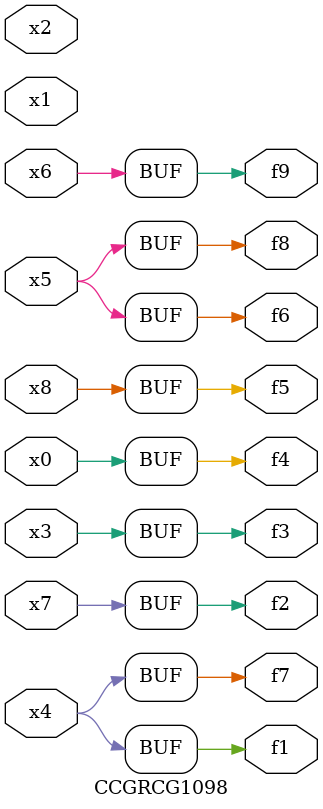
<source format=v>
module CCGRCG1098(
	input x0, x1, x2, x3, x4, x5, x6, x7, x8,
	output f1, f2, f3, f4, f5, f6, f7, f8, f9
);
	assign f1 = x4;
	assign f2 = x7;
	assign f3 = x3;
	assign f4 = x0;
	assign f5 = x8;
	assign f6 = x5;
	assign f7 = x4;
	assign f8 = x5;
	assign f9 = x6;
endmodule

</source>
